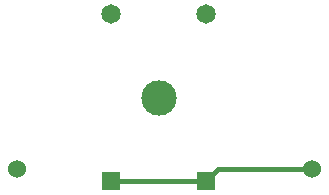
<source format=gbr>
%TF.GenerationSoftware,Altium Limited,Altium Designer,22.4.2 (48)*%
G04 Layer_Physical_Order=2*
G04 Layer_Color=16711680*
%FSLAX26Y26*%
%MOIN*%
%TF.SameCoordinates,B812F889-C0D6-4E0A-92BC-1FC44A6A00D5*%
%TF.FilePolarity,Positive*%
%TF.FileFunction,Copper,L2,Bot,Signal*%
%TF.Part,Single*%
G01*
G75*
%TA.AperFunction,Conductor*%
%ADD11C,0.018000*%
%TA.AperFunction,ViaPad*%
%ADD12C,0.060000*%
%TA.AperFunction,ComponentPad*%
%ADD13C,0.064961*%
%ADD14R,0.064961X0.064961*%
%TA.AperFunction,ViaPad*%
%ADD15C,0.118110*%
D11*
X905512Y472440D02*
X944884Y511812D01*
X1259842D01*
X590552Y472440D02*
X905512D01*
D12*
X275590Y511812D02*
D03*
X1259842D02*
D03*
D13*
X590552Y1027560D02*
D03*
X905512D02*
D03*
D14*
X590552Y472440D02*
D03*
X905512D02*
D03*
D15*
X748032Y748032D02*
D03*
%TF.MD5,7e00af8db294e246a75771260f7a9d7a*%
M02*

</source>
